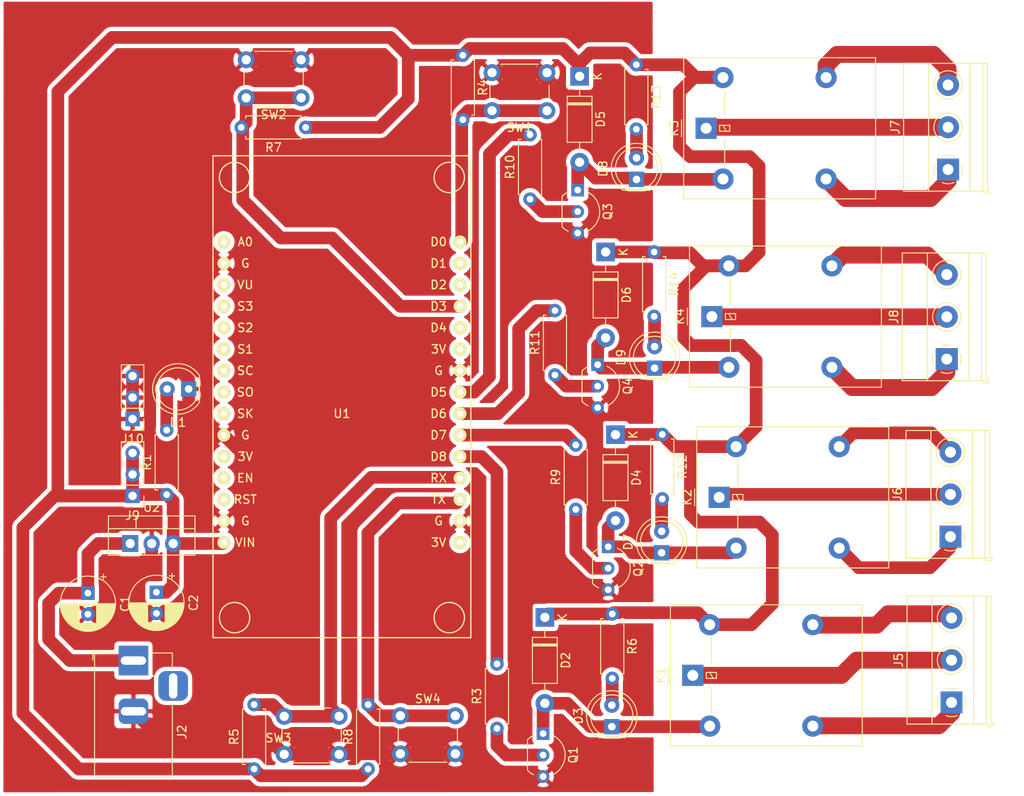
<source format=kicad_pcb>
(kicad_pcb (version 20171130) (host pcbnew "(5.1.12)-1")
  (layers (0 F.Cu signal) (31 B.Cu signal) (34 B.Paste user) (35 F.Paste user) (36 B.SilkS user) (37 F.SilkS user) (38 B.Mask user) (39 F.Mask user) (44 Edge.Cuts user))
  (net 0 "")
  (net 1 "Net-(D2-Pad2)")
  (net 2 VCC)
  (net 3 "Net-(D4-Pad2)")
  (net 4 "Net-(D5-Pad2)")
  (net 5 "Net-(D6-Pad2)")
  (net 6 GND)
  (net 7 M_data)
  (net 8 "Net-(J5-Pad3)")
  (net 9 "Net-(J5-Pad1)")
  (net 10 "Net-(J5-Pad2)")
  (net 11 "Net-(J6-Pad3)")
  (net 12 "Net-(J6-Pad1)")
  (net 13 "Net-(J6-Pad2)")
  (net 14 "Net-(J7-Pad3)")
  (net 15 "Net-(J7-Pad1)")
  (net 16 "Net-(J7-Pad2)")
  (net 17 "Net-(J8-Pad3)")
  (net 18 "Net-(J8-Pad1)")
  (net 19 "Net-(J8-Pad2)")
  (net 20 "Net-(Q1-Pad2)")
  (net 21 "Net-(Q2-Pad2)")
  (net 22 "Net-(Q3-Pad2)")
  (net 23 "Net-(Q4-Pad2)")
  (net 24 S1)
  (net 25 S2)
  (net 26 "Net-(U1-Pad25)")
  (net 27 relay1)
  (net 28 relay2)
  (net 29 relay3)
  (net 30 relay4)
  (net 31 S3)
  (net 32 S4)
  (net 33 "Net-(U1-Pad16)")
  (net 34 "Net-(U1-Pad13)")
  (net 35 "Net-(U1-Pad12)")
  (net 36 +3V3)
  (net 37 "Net-(U1-Pad9)")
  (net 38 "Net-(U1-Pad8)")
  (net 39 "Net-(U1-Pad7)")
  (net 40 "Net-(U1-Pad6)")
  (net 41 "Net-(U1-Pad5)")
  (net 42 "Net-(U1-Pad4)")
  (net 43 "Net-(U1-Pad3)")
  (net 44 "Net-(C1-Pad1)")
  (net 45 "Net-(D1-Pad2)")
  (net 46 "Net-(D3-Pad2)")
  (net 47 "Net-(D7-Pad2)")
  (net 48 "Net-(D8-Pad2)")
  (net 49 "Net-(D9-Pad2)")
  (net 50 "Net-(U1-Pad29)")
  (net 51 "Net-(U1-Pad28)")
  (net 52 "Net-(U1-Pad1)")
  (module Button_Switch_THT:SW_PUSH_6mm (layer F.Cu) (at 54.4322 25.3111 180)
    (fp_text reference SW2 (at 3.25 -2) (layer F.SilkS))
    (fp_text value SW_Push)
    (pad 1 thru_hole circle (at 6.5 0 270) (size 2 2) (drill 1.1) (layers *.Cu *.Mask) (net 25 S2))
    (pad 2 thru_hole circle (at 6.5 4.5 270) (size 2 2) (drill 1.1) (layers *.Cu *.Mask) (net 6 GND))
    (pad 1 thru_hole circle (at 0 0 270) (size 2 2) (drill 1.1) (layers *.Cu *.Mask) (net 25 S2))
    (pad 2 thru_hole circle (at 0 4.5 270) (size 2 2) (drill 1.1) (layers *.Cu *.Mask) (net 6 GND))
  )
  (module Resistor_THT:R_Axial_DIN0207_L6.3mm_D2.5mm_P7.62mm_Horizontal (layer F.Cu) (at 73.5584 20.2819 270)
    (fp_text reference R4 (at 3.81 -2.37 90) (layer F.SilkS))
    (fp_text value R_Small)
    (pad 2 thru_hole oval (at 7.62 0 270) (size 1.6 1.6) (drill 0.8) (layers *.Cu *.Mask) (net 24 S1))
    (pad 1 thru_hole circle (at 0 0 270) (size 1.6 1.6) (drill 0.8) (layers *.Cu *.Mask) (net 2 VCC))
  )
  (module ESP8266:NodeMCU-LoLinV3 (layer F.Cu) (at 59.2582 62.6745)
    (fp_text reference U1 (at 0 0) (layer F.SilkS))
    (fp_text value "NodeMCU_1.0_(ESP-12E)")
    (fp_text user D0 (at 11.43 -20.32) (layer F.SilkS))
    (fp_text user D1 (at 11.43 -17.78) (layer F.SilkS))
    (fp_text user D2 (at 11.43 -15.24) (layer F.SilkS))
    (fp_text user D3 (at 11.43 -12.7) (layer F.SilkS))
    (fp_text user D4 (at 11.43 -10.16) (layer F.SilkS))
    (fp_text user 3V (at 11.43 -7.62) (layer F.SilkS))
    (fp_text user G (at 11.43 -5.08) (layer F.SilkS))
    (fp_text user D5 (at 11.43 -2.54) (layer F.SilkS))
    (fp_text user D6 (at 11.43 0) (layer F.SilkS))
    (fp_text user D7 (at 11.43 2.54) (layer F.SilkS))
    (fp_text user D8 (at 11.43 5.08) (layer F.SilkS))
    (fp_text user RX (at 11.43 7.62) (layer F.SilkS))
    (fp_text user TX (at 11.43 10.16) (layer F.SilkS))
    (fp_text user G (at 11.43 12.7) (layer F.SilkS))
    (fp_text user 3V (at 11.43 15.24) (layer F.SilkS))
    (fp_text user A0 (at -11.43 -20.32) (layer F.SilkS))
    (fp_text user G (at -11.43 -17.78) (layer F.SilkS))
    (fp_text user VU (at -11.43 -15.24) (layer F.SilkS))
    (fp_text user S3 (at -11.43 -12.7) (layer F.SilkS))
    (fp_text user S2 (at -11.43 -10.16) (layer F.SilkS))
    (fp_text user S1 (at -11.43 -7.62) (layer F.SilkS))
    (fp_text user SC (at -11.43 -5.08) (layer F.SilkS))
    (fp_text user SO (at -11.43 -2.54) (layer F.SilkS))
    (fp_text user SK (at -11.43 0) (layer F.SilkS))
    (fp_text user G (at -11.43 2.54) (layer F.SilkS))
    (fp_text user 3V (at -11.43 5.08) (layer F.SilkS))
    (fp_text user EN (at -11.43 7.62) (layer F.SilkS))
    (fp_text user RST (at -11.43 10.16) (layer F.SilkS))
    (fp_text user G (at -11.43 12.7) (layer F.SilkS))
    (fp_text user VIN (at -11.43 15.24) (layer F.SilkS))
    (pad 30 thru_hole circle (at 13.97 -20.32) (size 1.524 1.524) (drill 0.762) (layers *.Cu *.Mask F.SilkS) (net 24 S1))
    (pad 29 thru_hole circle (at 13.97 -17.78) (size 1.524 1.524) (drill 0.762) (layers *.Cu *.Mask F.SilkS) (net 50 "Net-(U1-Pad29)"))
    (pad 28 thru_hole circle (at 13.97 -15.24) (size 1.524 1.524) (drill 0.762) (layers *.Cu *.Mask F.SilkS) (net 51 "Net-(U1-Pad28)"))
    (pad 27 thru_hole circle (at 13.97 -12.7) (size 1.524 1.524) (drill 0.762) (layers *.Cu *.Mask F.SilkS) (net 25 S2))
    (pad 26 thru_hole circle (at 13.97 -10.16) (size 1.524 1.524) (drill 0.762) (layers *.Cu *.Mask F.SilkS) (net 7 M_data))
    (pad 25 thru_hole circle (at 13.97 -7.62) (size 1.524 1.524) (drill 0.762) (layers *.Cu *.Mask F.SilkS) (net 26 "Net-(U1-Pad25)"))
    (pad 24 thru_hole circle (at 13.97 -5.08) (size 1.524 1.524) (drill 0.762) (layers *.Cu *.Mask F.SilkS) (net 6 GND))
    (pad 23 thru_hole circle (at 13.97 -2.54) (size 1.524 1.524) (drill 0.762) (layers *.Cu *.Mask F.SilkS) (net 27 relay1))
    (pad 22 thru_hole circle (at 13.97 0) (size 1.524 1.524) (drill 0.762) (layers *.Cu *.Mask F.SilkS) (net 28 relay2))
    (pad 21 thru_hole circle (at 13.97 2.54) (size 1.524 1.524) (drill 0.762) (layers *.Cu *.Mask F.SilkS) (net 29 relay3))
    (pad 20 thru_hole circle (at 13.97 5.08) (size 1.524 1.524) (drill 0.762) (layers *.Cu *.Mask F.SilkS) (net 30 relay4))
    (pad 19 thru_hole circle (at 13.97 7.62) (size 1.524 1.524) (drill 0.762) (layers *.Cu *.Mask F.SilkS) (net 31 S3))
    (pad 18 thru_hole circle (at 13.97 10.16) (size 1.524 1.524) (drill 0.762) (layers *.Cu *.Mask F.SilkS) (net 32 S4))
    (pad 17 thru_hole circle (at 13.97 12.7) (size 1.524 1.524) (drill 0.762) (layers *.Cu *.Mask F.SilkS) (net 6 GND))
    (pad 16 thru_hole circle (at 13.97 15.24) (size 1.524 1.524) (drill 0.762) (layers *.Cu *.Mask F.SilkS) (net 33 "Net-(U1-Pad16)"))
    (pad 15 thru_hole circle (at -13.97 15.24) (size 1.524 1.524) (drill 0.762) (layers *.Cu *.Mask F.SilkS) (net 2 VCC))
    (pad 14 thru_hole circle (at -13.97 12.7) (size 1.524 1.524) (drill 0.762) (layers *.Cu *.Mask F.SilkS) (net 6 GND))
    (pad 13 thru_hole circle (at -13.97 10.16) (size 1.524 1.524) (drill 0.762) (layers *.Cu *.Mask F.SilkS) (net 34 "Net-(U1-Pad13)"))
    (pad 12 thru_hole circle (at -13.97 7.62) (size 1.524 1.524) (drill 0.762) (layers *.Cu *.Mask F.SilkS) (net 35 "Net-(U1-Pad12)"))
    (pad 11 thru_hole circle (at -13.97 5.08) (size 1.524 1.524) (drill 0.762) (layers *.Cu *.Mask F.SilkS) (net 36 +3V3))
    (pad 10 thru_hole circle (at -13.97 2.54) (size 1.524 1.524) (drill 0.762) (layers *.Cu *.Mask F.SilkS) (net 6 GND))
    (pad 9 thru_hole circle (at -13.97 0) (size 1.524 1.524) (drill 0.762) (layers *.Cu *.Mask F.SilkS) (net 37 "Net-(U1-Pad9)"))
    (pad 8 thru_hole circle (at -13.97 -2.54) (size 1.524 1.524) (drill 0.762) (layers *.Cu *.Mask F.SilkS) (net 38 "Net-(U1-Pad8)"))
    (pad 7 thru_hole circle (at -13.97 -5.08) (size 1.524 1.524) (drill 0.762) (layers *.Cu *.Mask F.SilkS) (net 39 "Net-(U1-Pad7)"))
    (pad 6 thru_hole circle (at -13.97 -7.62) (size 1.524 1.524) (drill 0.762) (layers *.Cu *.Mask F.SilkS) (net 40 "Net-(U1-Pad6)"))
    (pad 5 thru_hole circle (at -13.97 -10.16) (size 1.524 1.524) (drill 0.762) (layers *.Cu *.Mask F.SilkS) (net 41 "Net-(U1-Pad5)"))
    (pad 4 thru_hole circle (at -13.97 -12.7) (size 1.524 1.524) (drill 0.762) (layers *.Cu *.Mask F.SilkS) (net 42 "Net-(U1-Pad4)"))
    (pad 3 thru_hole circle (at -13.97 -15.24) (size 1.524 1.524) (drill 0.762) (layers *.Cu *.Mask F.SilkS) (net 43 "Net-(U1-Pad3)"))
    (pad 2 thru_hole circle (at -13.97 -17.78) (size 1.524 1.524) (drill 0.762) (layers *.Cu *.Mask F.SilkS) (net 6 GND))
    (pad 1 thru_hole circle (at -13.97 -20.32) (size 1.524 1.524) (drill 0.762) (layers *.Cu *.Mask F.SilkS) (net 52 "Net-(U1-Pad1)"))
  )
  (module Button_Switch_THT:SW_PUSH_6mm (layer F.Cu) (at 83.5152 26.8351 180)
    (fp_text reference SW1 (at 3.25 -2) (layer F.SilkS))
    (fp_text value SW_Push)
    (pad 1 thru_hole circle (at 6.5 0 270) (size 2 2) (drill 1.1) (layers *.Cu *.Mask) (net 24 S1))
    (pad 2 thru_hole circle (at 6.5 4.5 270) (size 2 2) (drill 1.1) (layers *.Cu *.Mask) (net 6 GND))
    (pad 1 thru_hole circle (at 0 0 270) (size 2 2) (drill 1.1) (layers *.Cu *.Mask) (net 24 S1))
    (pad 2 thru_hole circle (at 0 4.5 270) (size 2 2) (drill 1.1) (layers *.Cu *.Mask) (net 6 GND))
  )
  (module Package_TO_SOT_THT:TO-92_Inline_Wide (layer F.Cu) (at 89.5096 56.8833 270)
    (fp_text reference Q4 (at 2.54 -3.56 90) (layer F.SilkS))
    (fp_text value BC547)
    (pad 1 thru_hole rect (at 0 0 270) (size 1.5 1.5) (drill 0.8) (layers *.Cu *.Mask) (net 5 "Net-(D6-Pad2)"))
    (pad 3 thru_hole circle (at 5.08 0 270) (size 1.5 1.5) (drill 0.8) (layers *.Cu *.Mask) (net 6 GND))
    (pad 2 thru_hole circle (at 2.54 0 270) (size 1.5 1.5) (drill 0.8) (layers *.Cu *.Mask) (net 23 "Net-(Q4-Pad2)"))
  )
  (module Package_TO_SOT_THT:TO-92_Inline_Wide (layer F.Cu) (at 87.1474 36.2331 270)
    (fp_text reference Q3 (at 2.54 -3.56 90) (layer F.SilkS))
    (fp_text value BC547)
    (pad 1 thru_hole rect (at 0 0 270) (size 1.5 1.5) (drill 0.8) (layers *.Cu *.Mask) (net 4 "Net-(D5-Pad2)"))
    (pad 3 thru_hole circle (at 5.08 0 270) (size 1.5 1.5) (drill 0.8) (layers *.Cu *.Mask) (net 6 GND))
    (pad 2 thru_hole circle (at 2.54 0 270) (size 1.5 1.5) (drill 0.8) (layers *.Cu *.Mask) (net 22 "Net-(Q3-Pad2)"))
  )
  (module Package_TO_SOT_THT:TO-92_Inline_Wide (layer F.Cu) (at 90.7542 78.4225 270)
    (fp_text reference Q2 (at 2.54 -3.56 90) (layer F.SilkS))
    (fp_text value BC547)
    (pad 1 thru_hole rect (at 0 0 270) (size 1.5 1.5) (drill 0.8) (layers *.Cu *.Mask) (net 3 "Net-(D4-Pad2)"))
    (pad 3 thru_hole circle (at 5.08 0 270) (size 1.5 1.5) (drill 0.8) (layers *.Cu *.Mask) (net 6 GND))
    (pad 2 thru_hole circle (at 2.54 0 270) (size 1.5 1.5) (drill 0.8) (layers *.Cu *.Mask) (net 21 "Net-(Q2-Pad2)"))
  )
  (module Package_TO_SOT_THT:TO-92_Inline_Wide (layer F.Cu) (at 83.058 100.5205 270)
    (fp_text reference Q1 (at 2.54 -3.56 90) (layer F.SilkS))
    (fp_text value BC547)
    (pad 1 thru_hole rect (at 0 0 270) (size 1.5 1.5) (drill 0.8) (layers *.Cu *.Mask) (net 1 "Net-(D2-Pad2)"))
    (pad 3 thru_hole circle (at 5.08 0 270) (size 1.5 1.5) (drill 0.8) (layers *.Cu *.Mask) (net 6 GND))
    (pad 2 thru_hole circle (at 2.54 0 270) (size 1.5 1.5) (drill 0.8) (layers *.Cu *.Mask) (net 20 "Net-(Q1-Pad2)"))
  )
  (module Package_TO_SOT_THT:TO-220-3_Vertical (layer F.Cu) (at 34.2138 78.0415)
    (fp_text reference U2 (at 2.54 -4.27) (layer F.SilkS))
    (fp_text value L7805)
    (pad 3 thru_hole oval (at 5.08 0) (size 1.905 2) (drill 1.1) (layers *.Cu *.Mask) (net 2 VCC))
    (pad 2 thru_hole oval (at 2.54 0) (size 1.905 2) (drill 1.1) (layers *.Cu *.Mask) (net 6 GND))
    (pad 1 thru_hole rect (at 0 0) (size 1.905 2) (drill 1.1) (layers *.Cu *.Mask) (net 44 "Net-(C1-Pad1)"))
  )
  (module Button_Switch_THT:SW_PUSH_6mm (layer F.Cu) (at 66.1694 98.4123)
    (fp_text reference SW4 (at 3.25 -2) (layer F.SilkS))
    (fp_text value SW_Push)
    (pad 1 thru_hole circle (at 6.5 0 90) (size 2 2) (drill 1.1) (layers *.Cu *.Mask) (net 32 S4))
    (pad 2 thru_hole circle (at 6.5 4.5 90) (size 2 2) (drill 1.1) (layers *.Cu *.Mask) (net 6 GND))
    (pad 1 thru_hole circle (at 0 0 90) (size 2 2) (drill 1.1) (layers *.Cu *.Mask) (net 32 S4))
    (pad 2 thru_hole circle (at 0 4.5 90) (size 2 2) (drill 1.1) (layers *.Cu *.Mask) (net 6 GND))
  )
  (module Button_Switch_THT:SW_PUSH_6mm (layer F.Cu) (at 52.428 98.4843)
    (fp_text reference SW3 (at -0.6858 2.5654) (layer F.SilkS))
    (fp_text value SW_Push)
    (pad 1 thru_hole circle (at 6.5 0 90) (size 2 2) (drill 1.1) (layers *.Cu *.Mask) (net 31 S3))
    (pad 2 thru_hole circle (at 6.5 4.5 90) (size 2 2) (drill 1.1) (layers *.Cu *.Mask) (net 6 GND))
    (pad 1 thru_hole circle (at 0 0 90) (size 2 2) (drill 1.1) (layers *.Cu *.Mask) (net 31 S3))
    (pad 2 thru_hole circle (at 0 4.5 90) (size 2 2) (drill 1.1) (layers *.Cu *.Mask) (net 6 GND))
  )
  (module Resistor_THT:R_Axial_DIN0207_L6.3mm_D2.5mm_P7.62mm_Horizontal (layer F.Cu) (at 96.1898 43.5483 270)
    (fp_text reference R14 (at 3.81 -2.37 90) (layer F.SilkS))
    (fp_text value R_Small)
    (pad 2 thru_hole oval (at 7.62 0 270) (size 1.6 1.6) (drill 0.8) (layers *.Cu *.Mask) (net 49 "Net-(D9-Pad2)"))
    (pad 1 thru_hole circle (at 0 0 270) (size 1.6 1.6) (drill 0.8) (layers *.Cu *.Mask) (net 2 VCC))
  )
  (module Resistor_THT:R_Axial_DIN0207_L6.3mm_D2.5mm_P7.62mm_Horizontal (layer F.Cu) (at 94.0816 21.3995 270)
    (fp_text reference R13 (at 3.81 -2.37 90) (layer F.SilkS))
    (fp_text value R_Small)
    (pad 2 thru_hole oval (at 7.62 0 270) (size 1.6 1.6) (drill 0.8) (layers *.Cu *.Mask) (net 48 "Net-(D8-Pad2)"))
    (pad 1 thru_hole circle (at 0 0 270) (size 1.6 1.6) (drill 0.8) (layers *.Cu *.Mask) (net 2 VCC))
  )
  (module Resistor_THT:R_Axial_DIN0207_L6.3mm_D2.5mm_P7.62mm_Horizontal (layer F.Cu) (at 97.155 65.1383 270)
    (fp_text reference R12 (at 3.81 -2.37 90) (layer F.SilkS))
    (fp_text value R_Small)
    (pad 2 thru_hole oval (at 7.62 0 270) (size 1.6 1.6) (drill 0.8) (layers *.Cu *.Mask) (net 47 "Net-(D7-Pad2)"))
    (pad 1 thru_hole circle (at 0 0 270) (size 1.6 1.6) (drill 0.8) (layers *.Cu *.Mask) (net 2 VCC))
  )
  (module Resistor_THT:R_Axial_DIN0207_L6.3mm_D2.5mm_P7.62mm_Horizontal (layer F.Cu) (at 84.455 58.1025 90)
    (fp_text reference R11 (at 3.81 -2.37 90) (layer F.SilkS))
    (fp_text value R_Small)
    (pad 2 thru_hole oval (at 7.62 0 90) (size 1.6 1.6) (drill 0.8) (layers *.Cu *.Mask) (net 28 relay2))
    (pad 1 thru_hole circle (at 0 0 90) (size 1.6 1.6) (drill 0.8) (layers *.Cu *.Mask) (net 23 "Net-(Q4-Pad2)"))
  )
  (module Resistor_THT:R_Axial_DIN0207_L6.3mm_D2.5mm_P7.62mm_Horizontal (layer F.Cu) (at 81.5086 37.2999 90)
    (fp_text reference R10 (at 3.81 -2.37 90) (layer F.SilkS))
    (fp_text value R_Small)
    (pad 2 thru_hole oval (at 7.62 0 90) (size 1.6 1.6) (drill 0.8) (layers *.Cu *.Mask) (net 27 relay1))
    (pad 1 thru_hole circle (at 0 0 90) (size 1.6 1.6) (drill 0.8) (layers *.Cu *.Mask) (net 22 "Net-(Q3-Pad2)"))
  )
  (module Resistor_THT:R_Axial_DIN0207_L6.3mm_D2.5mm_P7.62mm_Horizontal (layer F.Cu) (at 86.9188 74.0029 90)
    (fp_text reference R9 (at 3.81 -2.37 90) (layer F.SilkS))
    (fp_text value R_Small)
    (pad 2 thru_hole oval (at 7.62 0 90) (size 1.6 1.6) (drill 0.8) (layers *.Cu *.Mask) (net 29 relay3))
    (pad 1 thru_hole circle (at 0 0 90) (size 1.6 1.6) (drill 0.8) (layers *.Cu *.Mask) (net 21 "Net-(Q2-Pad2)"))
  )
  (module Resistor_THT:R_Axial_DIN0207_L6.3mm_D2.5mm_P7.62mm_Horizontal (layer F.Cu) (at 62.357 104.7115 90)
    (fp_text reference R8 (at 3.81 -2.37 90) (layer F.SilkS))
    (fp_text value R_Small)
    (pad 2 thru_hole oval (at 7.62 0 90) (size 1.6 1.6) (drill 0.8) (layers *.Cu *.Mask) (net 32 S4))
    (pad 1 thru_hole circle (at 0 0 90) (size 1.6 1.6) (drill 0.8) (layers *.Cu *.Mask) (net 2 VCC))
  )
  (module Resistor_THT:R_Axial_DIN0207_L6.3mm_D2.5mm_P7.62mm_Horizontal (layer F.Cu) (at 54.9656 28.8163 180)
    (fp_text reference R7 (at 3.81 -2.37) (layer F.SilkS))
    (fp_text value R_Small)
    (pad 2 thru_hole oval (at 7.62 0 180) (size 1.6 1.6) (drill 0.8) (layers *.Cu *.Mask) (net 25 S2))
    (pad 1 thru_hole circle (at 0 0 180) (size 1.6 1.6) (drill 0.8) (layers *.Cu *.Mask) (net 2 VCC))
  )
  (module Resistor_THT:R_Axial_DIN0207_L6.3mm_D2.5mm_P7.62mm_Horizontal (layer F.Cu) (at 91.2368 86.3727 270)
    (fp_text reference R6 (at 3.81 -2.37 90) (layer F.SilkS))
    (fp_text value R_Small)
    (pad 2 thru_hole oval (at 7.62 0 270) (size 1.6 1.6) (drill 0.8) (layers *.Cu *.Mask) (net 46 "Net-(D3-Pad2)"))
    (pad 1 thru_hole circle (at 0 0 270) (size 1.6 1.6) (drill 0.8) (layers *.Cu *.Mask) (net 2 VCC))
  )
  (module Resistor_THT:R_Axial_DIN0207_L6.3mm_D2.5mm_P7.62mm_Horizontal (layer F.Cu) (at 48.8696 104.7115 90)
    (fp_text reference R5 (at 3.81 -2.37 90) (layer F.SilkS))
    (fp_text value R_Small)
    (pad 2 thru_hole oval (at 7.62 0 90) (size 1.6 1.6) (drill 0.8) (layers *.Cu *.Mask) (net 31 S3))
    (pad 1 thru_hole circle (at 0 0 90) (size 1.6 1.6) (drill 0.8) (layers *.Cu *.Mask) (net 2 VCC))
  )
  (module Resistor_THT:R_Axial_DIN0207_L6.3mm_D2.5mm_P7.62mm_Horizontal (layer F.Cu) (at 77.597 99.9109 90)
    (fp_text reference R3 (at 3.81 -2.37 90) (layer F.SilkS))
    (fp_text value R_Small)
    (pad 2 thru_hole oval (at 7.62 0 90) (size 1.6 1.6) (drill 0.8) (layers *.Cu *.Mask) (net 30 relay4))
    (pad 1 thru_hole circle (at 0 0 90) (size 1.6 1.6) (drill 0.8) (layers *.Cu *.Mask) (net 20 "Net-(Q1-Pad2)"))
  )
  (module Resistor_THT:R_Axial_DIN0207_L6.3mm_D2.5mm_P7.62mm_Horizontal (layer F.Cu) (at 38.5318 72.2503 90)
    (fp_text reference R1 (at 3.81 -2.37 90) (layer F.SilkS))
    (fp_text value R_Small)
    (pad 2 thru_hole oval (at 7.62 0 90) (size 1.6 1.6) (drill 0.8) (layers *.Cu *.Mask) (net 45 "Net-(D1-Pad2)"))
    (pad 1 thru_hole circle (at 0 0 90) (size 1.6 1.6) (drill 0.8) (layers *.Cu *.Mask) (net 2 VCC))
  )
  (module Connector_PinHeader_2.54mm:PinHeader_1x03_P2.54mm_Vertical (layer F.Cu) (at 34.4932 63.3095 180)
    (fp_text reference J10 (at 0 -2.33) (layer F.SilkS))
    (fp_text value GROUND_CONN)
    (pad 3 thru_hole oval (at 0 5.08 180) (size 1.7 1.7) (drill 1) (layers *.Cu *.Mask) (net 6 GND))
    (pad 2 thru_hole oval (at 0 2.54 180) (size 1.7 1.7) (drill 1) (layers *.Cu *.Mask) (net 6 GND))
    (pad 1 thru_hole rect (at 0 0 180) (size 1.7 1.7) (drill 1) (layers *.Cu *.Mask) (net 6 GND))
  )
  (module Connector_PinHeader_2.54mm:PinHeader_1x03_P2.54mm_Vertical (layer F.Cu) (at 34.4932 72.4027 180)
    (fp_text reference J9 (at 0 -2.33) (layer F.SilkS))
    (fp_text value power_supply)
    (pad 3 thru_hole oval (at 0 5.08 180) (size 1.7 1.7) (drill 1) (layers *.Cu *.Mask) (net 2 VCC))
    (pad 2 thru_hole oval (at 0 2.54 180) (size 1.7 1.7) (drill 1) (layers *.Cu *.Mask) (net 2 VCC))
    (pad 1 thru_hole rect (at 0 0 180) (size 1.7 1.7) (drill 1) (layers *.Cu *.Mask) (net 2 VCC))
  )
  (module TerminalBlock_Phoenix:TerminalBlock_Phoenix_MKDS-1,5-3_1x03_P5.00mm_Horizontal (layer F.Cu) (at 130.81 56.2229 90)
    (fp_text reference J8 (at 5 -6.26 90) (layer F.SilkS))
    (fp_text value Relay2_conn)
    (pad 3 thru_hole circle (at 10 0 90) (size 2.6 2.6) (drill 1.3) (layers *.Cu *.Mask) (net 17 "Net-(J8-Pad3)"))
    (pad 2 thru_hole circle (at 5 0 90) (size 2.6 2.6) (drill 1.3) (layers *.Cu *.Mask) (net 19 "Net-(J8-Pad2)"))
    (pad 1 thru_hole rect (at 0 0 90) (size 2.6 2.6) (drill 1.3) (layers *.Cu *.Mask) (net 18 "Net-(J8-Pad1)"))
  )
  (module TerminalBlock_Phoenix:TerminalBlock_Phoenix_MKDS-1,5-3_1x03_P5.00mm_Horizontal (layer F.Cu) (at 130.9624 33.7947 90)
    (fp_text reference J7 (at 5 -6.26 90) (layer F.SilkS))
    (fp_text value Relay1_conn)
    (pad 3 thru_hole circle (at 10 0 90) (size 2.6 2.6) (drill 1.3) (layers *.Cu *.Mask) (net 14 "Net-(J7-Pad3)"))
    (pad 2 thru_hole circle (at 5 0 90) (size 2.6 2.6) (drill 1.3) (layers *.Cu *.Mask) (net 16 "Net-(J7-Pad2)"))
    (pad 1 thru_hole rect (at 0 0 90) (size 2.6 2.6) (drill 1.3) (layers *.Cu *.Mask) (net 15 "Net-(J7-Pad1)"))
  )
  (module TerminalBlock_Phoenix:TerminalBlock_Phoenix_MKDS-1,5-3_1x03_P5.00mm_Horizontal (layer F.Cu) (at 131.2418 77.2287 90)
    (fp_text reference J6 (at 5 -6.26 90) (layer F.SilkS))
    (fp_text value Relay3_conn)
    (pad 3 thru_hole circle (at 10 0 90) (size 2.6 2.6) (drill 1.3) (layers *.Cu *.Mask) (net 11 "Net-(J6-Pad3)"))
    (pad 2 thru_hole circle (at 5 0 90) (size 2.6 2.6) (drill 1.3) (layers *.Cu *.Mask) (net 13 "Net-(J6-Pad2)"))
    (pad 1 thru_hole rect (at 0 0 90) (size 2.6 2.6) (drill 1.3) (layers *.Cu *.Mask) (net 12 "Net-(J6-Pad1)"))
  )
  (module TerminalBlock_Phoenix:TerminalBlock_Phoenix_MKDS-1,5-3_1x03_P5.00mm_Horizontal (layer F.Cu) (at 131.3688 96.8375 90)
    (fp_text reference J5 (at 5 -6.26 90) (layer F.SilkS))
    (fp_text value Relay2_conn)
    (pad 3 thru_hole circle (at 10 0 90) (size 2.6 2.6) (drill 1.3) (layers *.Cu *.Mask) (net 8 "Net-(J5-Pad3)"))
    (pad 2 thru_hole circle (at 5 0 90) (size 2.6 2.6) (drill 1.3) (layers *.Cu *.Mask) (net 10 "Net-(J5-Pad2)"))
    (pad 1 thru_hole rect (at 0 0 90) (size 2.6 2.6) (drill 1.3) (layers *.Cu *.Mask) (net 9 "Net-(J5-Pad1)"))
  )
  (module Connector_BarrelJack:BarrelJack_Horizontal (layer F.Cu) (at 34.5948 91.8845 90)
    (fp_text reference J2 (at -8.45 5.75 90) (layer F.SilkS))
    (fp_text value Barrel_Jack)
    (pad 3 thru_hole roundrect (at -3 4.7 90) (size 3.5 3.5) (drill oval 3 1) (layers *.Cu *.Mask))
    (pad 2 thru_hole roundrect (at -6 0 90) (size 3 3.5) (drill oval 1 3) (layers *.Cu *.Mask) (net 6 GND))
    (pad 1 thru_hole rect (at 0 0 90) (size 3.5 3.5) (drill oval 1 3) (layers *.Cu *.Mask) (net 44 "Net-(C1-Pad1)"))
  )
  (module LED_THT:LED_D5.0mm (layer F.Cu) (at 96.2406 57.2897 90)
    (fp_text reference D9 (at 1.27 -3.96 90) (layer F.SilkS))
    (fp_text value LED)
    (pad 2 thru_hole circle (at 2.54 0 90) (size 1.8 1.8) (drill 0.9) (layers *.Cu *.Mask) (net 49 "Net-(D9-Pad2)"))
    (pad 1 thru_hole rect (at 0 0 90) (size 1.8 1.8) (drill 0.9) (layers *.Cu *.Mask) (net 5 "Net-(D6-Pad2)"))
  )
  (module LED_THT:LED_D5.0mm (layer F.Cu) (at 94.107 34.9631 90)
    (fp_text reference D8 (at 1.27 -3.96 90) (layer F.SilkS))
    (fp_text value LED)
    (pad 2 thru_hole circle (at 2.54 0 90) (size 1.8 1.8) (drill 0.9) (layers *.Cu *.Mask) (net 48 "Net-(D8-Pad2)"))
    (pad 1 thru_hole rect (at 0 0 90) (size 1.8 1.8) (drill 0.9) (layers *.Cu *.Mask) (net 4 "Net-(D5-Pad2)"))
  )
  (module LED_THT:LED_D5.0mm (layer F.Cu) (at 97.0788 79.1337 90)
    (fp_text reference D7 (at 1.27 -3.96 90) (layer F.SilkS))
    (fp_text value LED)
    (pad 2 thru_hole circle (at 2.54 0 90) (size 1.8 1.8) (drill 0.9) (layers *.Cu *.Mask) (net 47 "Net-(D7-Pad2)"))
    (pad 1 thru_hole rect (at 0 0 90) (size 1.8 1.8) (drill 0.9) (layers *.Cu *.Mask) (net 3 "Net-(D4-Pad2)"))
  )
  (module LED_THT:LED_D5.0mm (layer F.Cu) (at 91.186 99.7077 90)
    (fp_text reference D3 (at 1.27 -3.96 90) (layer F.SilkS))
    (fp_text value LED)
    (pad 2 thru_hole circle (at 2.54 0 90) (size 1.8 1.8) (drill 0.9) (layers *.Cu *.Mask) (net 46 "Net-(D3-Pad2)"))
    (pad 1 thru_hole rect (at 0 0 90) (size 1.8 1.8) (drill 0.9) (layers *.Cu *.Mask) (net 1 "Net-(D2-Pad2)"))
  )
  (module LED_THT:LED_D5.0mm (layer F.Cu) (at 41.1226 59.7535 180)
    (fp_text reference D1 (at 1.27 -3.96) (layer F.SilkS))
    (fp_text value LED)
    (pad 2 thru_hole circle (at 2.54 0 180) (size 1.8 1.8) (drill 0.9) (layers *.Cu *.Mask) (net 45 "Net-(D1-Pad2)"))
    (pad 1 thru_hole rect (at 0 0 180) (size 1.8 1.8) (drill 0.9) (layers *.Cu *.Mask) (net 6 GND))
  )
  (module Capacitor_THT:CP_Radial_D6.3mm_P2.50mm (layer F.Cu) (at 37.3126 83.8073 270)
    (fp_text reference C2 (at 1.25 -4.4 90) (layer F.SilkS))
    (fp_text value C_Small)
    (pad 2 thru_hole circle (at 2.5 0 270) (size 1.6 1.6) (drill 0.8) (layers *.Cu *.Mask) (net 6 GND))
    (pad 1 thru_hole rect (at 0 0 270) (size 1.6 1.6) (drill 0.8) (layers *.Cu *.Mask) (net 2 VCC))
  )
  (module Capacitor_THT:CP_Radial_D6.3mm_P2.50mm (layer F.Cu) (at 29.21 83.9089 270)
    (fp_text reference C1 (at 1.25 -4.4 90) (layer F.SilkS))
    (fp_text value C_Small)
    (pad 2 thru_hole circle (at 2.5 0 270) (size 1.6 1.6) (drill 0.8) (layers *.Cu *.Mask) (net 6 GND))
    (pad 1 thru_hole rect (at 0 0 270) (size 1.6 1.6) (drill 0.8) (layers *.Cu *.Mask) (net 44 "Net-(C1-Pad1)"))
  )
  (module Relay_THT:Relay_SPDT_Omron-G5LE-1 (layer F.Cu) (at 103.0224 51.1937 90)
    (fp_text reference K4 (at 0 -3.8 90) (layer F.SilkS))
    (fp_text value G5LE-1)
    (pad 5 thru_hole oval (at 6 2 90) (size 2.5 2.5) (drill 1.3) (layers *.Cu *.Mask) (net 2 VCC))
    (pad 4 thru_hole oval (at 6 14.2 90) (size 2.5 2.5) (drill 1.3) (layers *.Cu *.Mask) (net 17 "Net-(J8-Pad3)"))
    (pad 3 thru_hole oval (at -6 14.2 90) (size 2.5 2.5) (drill 1.3) (layers *.Cu *.Mask) (net 18 "Net-(J8-Pad1)"))
    (pad 2 thru_hole oval (at -6 2 90) (size 2.5 2.5) (drill 1.3) (layers *.Cu *.Mask) (net 5 "Net-(D6-Pad2)"))
    (pad 1 thru_hole rect (at 0 0 90) (size 2.5 2.5) (drill 1.3) (layers *.Cu *.Mask) (net 19 "Net-(J8-Pad2)"))
  )
  (module Relay_THT:Relay_SPDT_Omron-G5LE-1 (layer F.Cu) (at 102.3366 28.9179 90)
    (fp_text reference K3 (at 0 -3.8 90) (layer F.SilkS))
    (fp_text value G5LE-1)
    (pad 5 thru_hole oval (at 6 2 90) (size 2.5 2.5) (drill 1.3) (layers *.Cu *.Mask) (net 2 VCC))
    (pad 4 thru_hole oval (at 6 14.2 90) (size 2.5 2.5) (drill 1.3) (layers *.Cu *.Mask) (net 14 "Net-(J7-Pad3)"))
    (pad 3 thru_hole oval (at -6 14.2 90) (size 2.5 2.5) (drill 1.3) (layers *.Cu *.Mask) (net 15 "Net-(J7-Pad1)"))
    (pad 2 thru_hole oval (at -6 2 90) (size 2.5 2.5) (drill 1.3) (layers *.Cu *.Mask) (net 4 "Net-(D5-Pad2)"))
    (pad 1 thru_hole rect (at 0 0 90) (size 2.5 2.5) (drill 1.3) (layers *.Cu *.Mask) (net 16 "Net-(J7-Pad2)"))
  )
  (module Relay_THT:Relay_SPDT_Omron-G5LE-1 (layer F.Cu) (at 103.886 72.5805 90)
    (fp_text reference K2 (at 0 -3.8 90) (layer F.SilkS))
    (fp_text value G5LE-1)
    (pad 5 thru_hole oval (at 6 2 90) (size 2.5 2.5) (drill 1.3) (layers *.Cu *.Mask) (net 2 VCC))
    (pad 4 thru_hole oval (at 6 14.2 90) (size 2.5 2.5) (drill 1.3) (layers *.Cu *.Mask) (net 11 "Net-(J6-Pad3)"))
    (pad 3 thru_hole oval (at -6 14.2 90) (size 2.5 2.5) (drill 1.3) (layers *.Cu *.Mask) (net 12 "Net-(J6-Pad1)"))
    (pad 2 thru_hole oval (at -6 2 90) (size 2.5 2.5) (drill 1.3) (layers *.Cu *.Mask) (net 3 "Net-(D4-Pad2)"))
    (pad 1 thru_hole rect (at 0 0 90) (size 2.5 2.5) (drill 1.3) (layers *.Cu *.Mask) (net 13 "Net-(J6-Pad2)"))
  )
  (module Relay_THT:Relay_SPDT_Omron-G5LE-1 (layer F.Cu) (at 100.7618 93.6371 90)
    (fp_text reference K1 (at 0 -3.8 90) (layer F.SilkS))
    (fp_text value G5LE-1)
    (pad 5 thru_hole oval (at 6 2 90) (size 2.5 2.5) (drill 1.3) (layers *.Cu *.Mask) (net 2 VCC))
    (pad 4 thru_hole oval (at 6 14.2 90) (size 2.5 2.5) (drill 1.3) (layers *.Cu *.Mask) (net 8 "Net-(J5-Pad3)"))
    (pad 3 thru_hole oval (at -6 14.2 90) (size 2.5 2.5) (drill 1.3) (layers *.Cu *.Mask) (net 9 "Net-(J5-Pad1)"))
    (pad 2 thru_hole oval (at -6 2 90) (size 2.5 2.5) (drill 1.3) (layers *.Cu *.Mask) (net 1 "Net-(D2-Pad2)"))
    (pad 1 thru_hole rect (at 0 0 90) (size 2.5 2.5) (drill 1.3) (layers *.Cu *.Mask) (net 10 "Net-(J5-Pad2)"))
  )
  (module Diode_THT:D_DO-41_SOD81_P10.16mm_Horizontal (layer F.Cu) (at 90.4494 43.5483 270)
    (fp_text reference D6 (at 5.08 -2.47 90) (layer F.SilkS))
    (fp_text value 1N4007)
    (fp_text user K (at 0 -2.1 90) (layer F.SilkS))
    (pad 2 thru_hole oval (at 10.16 0 270) (size 2.2 2.2) (drill 1.1) (layers *.Cu *.Mask) (net 5 "Net-(D6-Pad2)"))
    (pad 1 thru_hole rect (at 0 0 270) (size 2.2 2.2) (drill 1.1) (layers *.Cu *.Mask) (net 2 VCC))
  )
  (module Diode_THT:D_DO-41_SOD81_P10.16mm_Horizontal (layer F.Cu) (at 87.376 22.7711 270)
    (fp_text reference D5 (at 5.08 -2.47 90) (layer F.SilkS))
    (fp_text value 1N4007)
    (fp_text user K (at 0 -2.1 90) (layer F.SilkS))
    (pad 2 thru_hole oval (at 10.16 0 270) (size 2.2 2.2) (drill 1.1) (layers *.Cu *.Mask) (net 4 "Net-(D5-Pad2)"))
    (pad 1 thru_hole rect (at 0 0 270) (size 2.2 2.2) (drill 1.1) (layers *.Cu *.Mask) (net 2 VCC))
  )
  (module Diode_THT:D_DO-41_SOD81_P10.16mm_Horizontal (layer F.Cu) (at 91.6178 65.1637 270)
    (fp_text reference D4 (at 5.08 -2.47 90) (layer F.SilkS))
    (fp_text value 1N4007)
    (fp_text user K (at 0 -2.1 90) (layer F.SilkS))
    (pad 2 thru_hole oval (at 10.16 0 270) (size 2.2 2.2) (drill 1.1) (layers *.Cu *.Mask) (net 3 "Net-(D4-Pad2)"))
    (pad 1 thru_hole rect (at 0 0 270) (size 2.2 2.2) (drill 1.1) (layers *.Cu *.Mask) (net 2 VCC))
  )
  (module Diode_THT:D_DO-41_SOD81_P10.16mm_Horizontal (layer F.Cu) (at 83.2612 86.7791 270)
    (fp_text reference D2 (at 5.08 -2.47 90) (layer F.SilkS))
    (fp_text value 1N4007)
    (fp_text user K (at 0 -2.1 90) (layer F.SilkS))
    (pad 2 thru_hole oval (at 10.16 0 270) (size 2.2 2.2) (drill 1.1) (layers *.Cu *.Mask) (net 1 "Net-(D2-Pad2)"))
    (pad 1 thru_hole rect (at 0 0 270) (size 2.2 2.2) (drill 1.1) (layers *.Cu *.Mask) (net 2 VCC))
  )
  (segment (start 83.058 97.1423) (end 83.2612 96.9391) (width 1.5) (layer F.Cu) (net 1))
  (segment (start 83.058 100.5205) (end 83.058 97.1423) (width 1.5) (layer F.Cu) (net 1))
  (segment (start 85.9028 96.9391) (end 83.2612 96.9391) (width 1.5) (layer F.Cu) (net 1))
  (segment (start 88.6714 99.7077) (end 85.9028 96.9391) (width 1.5) (layer F.Cu) (net 1))
  (segment (start 91.186 99.7077) (end 88.6714 99.7077) (width 1.5) (layer F.Cu) (net 1))
  (segment (start 102.6912 99.7077) (end 102.7618 99.6371) (width 1.5) (layer F.Cu) (net 1))
  (segment (start 91.186 99.7077) (end 102.6912 99.7077) (width 1.5) (layer F.Cu) (net 1))
  (segment (start 102.7618 87.6371) (end 101.345 86.2203) (width 1.5) (layer F.Cu) (net 2))
  (segment (start 91.3892 86.2203) (end 91.2368 86.3727) (width 1.5) (layer F.Cu) (net 2))
  (segment (start 101.345 86.2203) (end 91.3892 86.2203) (width 1.5) (layer F.Cu) (net 2))
  (segment (start 83.6676 86.3727) (end 83.2612 86.7791) (width 1.5) (layer F.Cu) (net 2))
  (segment (start 91.2368 86.3727) (end 83.6676 86.3727) (width 1.5) (layer F.Cu) (net 2))
  (segment (start 90.4494 43.5483) (end 96.1898 43.5483) (width 1.5) (layer F.Cu) (net 2))
  (segment (start 96.2914 43.6499) (end 96.1898 43.5483) (width 1.5) (layer F.Cu) (net 2))
  (segment (start 101.9556 45.1739) (end 100.4316 43.6499) (width 1.5) (layer F.Cu) (net 2))
  (segment (start 105.0026 45.1739) (end 101.9556 45.1739) (width 1.5) (layer F.Cu) (net 2))
  (segment (start 100.4316 43.6499) (end 96.2914 43.6499) (width 1.5) (layer F.Cu) (net 2))
  (segment (start 105.0224 45.1937) (end 105.0026 45.1739) (width 1.5) (layer F.Cu) (net 2))
  (segment (start 105.0224 45.1937) (end 102.3422 45.1937) (width 1.5) (layer F.Cu) (net 2))
  (segment (start 102.3422 45.1937) (end 99.695 47.8409) (width 1.5) (layer F.Cu) (net 2))
  (segment (start 99.695 47.8409) (end 99.695 53.7083) (width 1.5) (layer F.Cu) (net 2))
  (segment (start 99.695 53.7083) (end 100.6094 54.6227) (width 1.5) (layer F.Cu) (net 2))
  (segment (start 105.707402 54.6227) (end 105.732802 54.5973) (width 1.5) (layer F.Cu) (net 2))
  (segment (start 100.6094 54.6227) (end 105.707402 54.6227) (width 1.5) (layer F.Cu) (net 2))
  (segment (start 105.732802 54.5973) (end 106.4768 54.5973) (width 1.5) (layer F.Cu) (net 2))
  (segment (start 106.4768 54.5973) (end 108.2548 56.3753) (width 1.5) (layer F.Cu) (net 2))
  (segment (start 108.2548 64.2117) (end 105.886 66.5805) (width 1.5) (layer F.Cu) (net 2))
  (segment (start 108.2548 56.3753) (end 108.2548 64.2117) (width 1.5) (layer F.Cu) (net 2))
  (segment (start 91.6432 65.1383) (end 91.6178 65.1637) (width 1.5) (layer F.Cu) (net 2))
  (segment (start 97.155 65.1383) (end 91.6432 65.1383) (width 1.5) (layer F.Cu) (net 2))
  (segment (start 97.8027 65.786) (end 97.155 65.1383) (width 1.5) (layer F.Cu) (net 2))
  (segment (start 98.5972 66.5805) (end 97.8027 65.786) (width 1.5) (layer F.Cu) (net 2))
  (segment (start 105.886 66.5805) (end 98.5972 66.5805) (width 1.5) (layer F.Cu) (net 2))
  (segment (start 92.6846 20.0025) (end 94.0816 21.3995) (width 1.5) (layer F.Cu) (net 2))
  (segment (start 88.6206 20.0025) (end 92.6846 20.0025) (width 1.5) (layer F.Cu) (net 2))
  (segment (start 87.376 21.2471) (end 88.6206 20.0025) (width 1.5) (layer F.Cu) (net 2))
  (segment (start 87.376 22.7711) (end 87.376 21.2471) (width 1.5) (layer F.Cu) (net 2))
  (segment (start 104.2914 22.8727) (end 104.3366 22.9179) (width 1.5) (layer F.Cu) (net 2))
  (segment (start 101.092 22.8727) (end 104.2914 22.8727) (width 1.5) (layer F.Cu) (net 2))
  (segment (start 99.6188 21.3995) (end 101.092 22.8727) (width 1.5) (layer F.Cu) (net 2))
  (segment (start 94.0816 21.3995) (end 99.6188 21.3995) (width 1.5) (layer F.Cu) (net 2))
  (segment (start 106.9904 45.1937) (end 105.0224 45.1937) (width 1.5) (layer F.Cu) (net 2))
  (segment (start 108.6104 43.5737) (end 106.9904 45.1937) (width 1.5) (layer F.Cu) (net 2))
  (segment (start 108.6104 33.4137) (end 108.6104 43.5737) (width 1.5) (layer F.Cu) (net 2))
  (segment (start 107.4674 32.2707) (end 108.6104 33.4137) (width 1.5) (layer F.Cu) (net 2))
  (segment (start 100.4316 32.2707) (end 107.4674 32.2707) (width 1.5) (layer F.Cu) (net 2))
  (segment (start 99.187 31.0261) (end 100.4316 32.2707) (width 1.5) (layer F.Cu) (net 2))
  (segment (start 99.187 24.6253) (end 99.187 31.0261) (width 1.5) (layer F.Cu) (net 2))
  (segment (start 100.8944 22.9179) (end 99.187 24.6253) (width 1.5) (layer F.Cu) (net 2))
  (segment (start 104.3366 22.9179) (end 100.8944 22.9179) (width 1.5) (layer F.Cu) (net 2))
  (segment (start 37.3126 83.8073) (end 38.4556 83.8073) (width 1.5) (layer F.Cu) (net 2))
  (segment (start 39.2938 82.9691) (end 39.2938 78.0415) (width 1.5) (layer F.Cu) (net 2))
  (segment (start 38.4556 83.8073) (end 39.2938 82.9691) (width 1.5) (layer F.Cu) (net 2))
  (segment (start 45.1612 78.0415) (end 45.2882 77.9145) (width 1.5) (layer F.Cu) (net 2))
  (segment (start 39.2938 78.0415) (end 45.1612 78.0415) (width 1.5) (layer F.Cu) (net 2))
  (segment (start 39.2938 73.0123) (end 38.5318 72.2503) (width 1.5) (layer F.Cu) (net 2))
  (segment (start 39.2938 78.0415) (end 39.2938 73.0123) (width 1.5) (layer F.Cu) (net 2))
  (segment (start 34.6456 72.2503) (end 34.4932 72.4027) (width 1.5) (layer F.Cu) (net 2))
  (segment (start 38.5318 72.2503) (end 34.6456 72.2503) (width 1.5) (layer F.Cu) (net 2))
  (segment (start 34.4932 67.3227) (end 34.4932 69.8627) (width 1.5) (layer F.Cu) (net 2))
  (segment (start 34.4932 69.8627) (end 34.4932 72.4027) (width 1.5) (layer F.Cu) (net 2))
  (segment (start 49.669599 105.511499) (end 48.8696 104.7115) (width 1.5) (layer F.Cu) (net 2))
  (segment (start 61.557001 105.511499) (end 49.669599 105.511499) (width 1.5) (layer F.Cu) (net 2))
  (segment (start 62.357 104.7115) (end 61.557001 105.511499) (width 1.5) (layer F.Cu) (net 2))
  (segment (start 25.273 72.4027) (end 34.4932 72.4027) (width 1.5) (layer F.Cu) (net 2))
  (segment (start 21.5138 76.1619) (end 25.273 72.4027) (width 1.5) (layer F.Cu) (net 2))
  (segment (start 21.5138 98.1075) (end 21.5138 76.1619) (width 1.5) (layer F.Cu) (net 2))
  (segment (start 28.1178 104.7115) (end 21.5138 98.1075) (width 1.5) (layer F.Cu) (net 2))
  (segment (start 48.8696 104.7115) (end 28.1178 104.7115) (width 1.5) (layer F.Cu) (net 2))
  (segment (start 73.5584 20.2819) (end 67.1068 20.2819) (width 1.5) (layer F.Cu) (net 2))
  (segment (start 63.7286 28.8163) (end 54.9656 28.8163) (width 1.5) (layer F.Cu) (net 2))
  (segment (start 67.1068 25.4381) (end 63.7286 28.8163) (width 1.5) (layer F.Cu) (net 2))
  (segment (start 67.1068 20.2819) (end 67.1068 25.4381) (width 1.5) (layer F.Cu) (net 2))
  (segment (start 85.3821 19.4818) (end 87.376 21.4757) (width 1.5) (layer F.Cu) (net 2))
  (segment (start 87.376 21.4757) (end 87.376 22.7711) (width 1.5) (layer F.Cu) (net 2))
  (segment (start 74.3585 19.4818) (end 85.3821 19.4818) (width 1.5) (layer F.Cu) (net 2))
  (segment (start 73.5584 20.2819) (end 74.3585 19.4818) (width 1.5) (layer F.Cu) (net 2))
  (segment (start 64.9986 18.1737) (end 67.1068 20.2819) (width 1.5) (layer F.Cu) (net 2))
  (segment (start 32.0675 18.1737) (end 64.9986 18.1737) (width 1.5) (layer F.Cu) (net 2))
  (segment (start 25.654 24.5872) (end 32.0675 18.1737) (width 1.5) (layer F.Cu) (net 2))
  (segment (start 25.654 72.4027) (end 25.654 24.5872) (width 1.5) (layer F.Cu) (net 2))
  (segment (start 34.4932 72.4027) (end 25.654 72.4027) (width 1.5) (layer F.Cu) (net 2))
  (segment (start 107.7143 87.6371) (end 102.7618 87.6371) (width 1.5) (layer F.Cu) (net 2))
  (segment (start 110.1725 85.1789) (end 107.7143 87.6371) (width 1.5) (layer F.Cu) (net 2))
  (segment (start 110.1725 77.0255) (end 110.1725 85.1789) (width 1.5) (layer F.Cu) (net 2))
  (segment (start 108.6485 75.5015) (end 110.1725 77.0255) (width 1.5) (layer F.Cu) (net 2))
  (segment (start 101.3968 75.5015) (end 108.6485 75.5015) (width 1.5) (layer F.Cu) (net 2))
  (segment (start 100.4824 66.9559) (end 100.4824 74.5871) (width 1.5) (layer F.Cu) (net 2))
  (segment (start 100.4824 74.5871) (end 101.3968 75.5015) (width 1.5) (layer F.Cu) (net 2))
  (segment (start 100.8578 66.5805) (end 100.4824 66.9559) (width 1.5) (layer F.Cu) (net 2))
  (segment (start 98.5972 66.5805) (end 100.8578 66.5805) (width 1.5) (layer F.Cu) (net 2))
  (segment (start 90.7542 78.4225) (end 92.8878 78.4225) (width 1.5) (layer F.Cu) (net 3))
  (segment (start 93.599 79.1337) (end 97.0788 79.1337) (width 1.5) (layer F.Cu) (net 3))
  (segment (start 92.8878 78.4225) (end 93.599 79.1337) (width 1.5) (layer F.Cu) (net 3))
  (segment (start 90.7542 76.1873) (end 91.6178 75.3237) (width 1.5) (layer F.Cu) (net 3))
  (segment (start 90.7542 78.4225) (end 90.7542 76.1873) (width 1.5) (layer F.Cu) (net 3))
  (segment (start 105.3328 79.1337) (end 97.0788 79.1337) (width 1.5) (layer F.Cu) (net 3))
  (segment (start 105.886 78.5805) (end 105.3328 79.1337) (width 1.5) (layer F.Cu) (net 3))
  (segment (start 87.1474 33.1597) (end 87.376 32.9311) (width 1.5) (layer F.Cu) (net 4))
  (segment (start 87.1474 36.2331) (end 87.1474 33.1597) (width 1.5) (layer F.Cu) (net 4))
  (segment (start 87.376 32.9311) (end 89.2556 34.8107) (width 1.5) (layer F.Cu) (net 4))
  (segment (start 93.9546 34.8107) (end 94.107 34.9631) (width 1.5) (layer F.Cu) (net 4))
  (segment (start 89.2556 34.8107) (end 93.9546 34.8107) (width 1.5) (layer F.Cu) (net 4))
  (segment (start 104.2914 34.9631) (end 104.3366 34.9179) (width 1.5) (layer F.Cu) (net 4))
  (segment (start 94.107 34.9631) (end 104.2914 34.9631) (width 1.5) (layer F.Cu) (net 4))
  (segment (start 96.3366 57.1937) (end 96.2406 57.2897) (width 1.5) (layer F.Cu) (net 5))
  (segment (start 105.0224 57.1937) (end 96.3366 57.1937) (width 1.5) (layer F.Cu) (net 5))
  (segment (start 92.7354 57.2897) (end 96.2406 57.2897) (width 1.5) (layer F.Cu) (net 5))
  (segment (start 89.916 57.2897) (end 92.7354 57.2897) (width 1.5) (layer F.Cu) (net 5))
  (segment (start 89.5096 56.8833) (end 89.916 57.2897) (width 1.5) (layer F.Cu) (net 5))
  (segment (start 89.5096 54.6481) (end 89.5096 56.8833) (width 1.5) (layer F.Cu) (net 5))
  (segment (start 90.4494 53.7083) (end 89.5096 54.6481) (width 1.5) (layer F.Cu) (net 5))
  (segment (start 66.1694 102.9123) (end 72.6694 102.9123) (width 1.5) (layer F.Cu) (net 6))
  (segment (start 47.9322 20.8111) (end 54.4322 20.8111) (width 1.5) (layer F.Cu) (net 6))
  (segment (start 29.3116 86.3073) (end 29.21 86.4089) (width 1.5) (layer F.Cu) (net 6))
  (segment (start 34.0722 86.3073) (end 29.3116 86.3073) (width 1.5) (layer F.Cu) (net 6))
  (segment (start 37.3126 86.3073) (end 34.0722 86.3073) (width 1.5) (layer F.Cu) (net 6))
  (segment (start 34.0722 83.5425) (end 34.0722 86.3073) (width 1.5) (layer F.Cu) (net 6))
  (segment (start 36.7538 80.8609) (end 34.0722 83.5425) (width 1.5) (layer F.Cu) (net 6))
  (segment (start 36.7538 78.0415) (end 36.7538 80.8609) (width 1.5) (layer F.Cu) (net 6))
  (segment (start 42.4542 86.3073) (end 37.3126 86.3073) (width 1.5) (layer F.Cu) (net 6))
  (segment (start 44.8056 88.6587) (end 42.4542 86.3073) (width 1.5) (layer F.Cu) (net 6))
  (segment (start 44.8056 98.6409) (end 44.8056 88.6587) (width 1.5) (layer F.Cu) (net 6))
  (segment (start 34.4932 63.3095) (end 34.4932 60.7695) (width 1.5) (layer F.Cu) (net 6))
  (segment (start 34.4932 58.2295) (end 34.4932 60.7695) (width 1.5) (layer F.Cu) (net 6))
  (segment (start 41.1226 58.6105) (end 41.1226 59.7535) (width 1.5) (layer F.Cu) (net 6))
  (segment (start 39.4462 56.9341) (end 41.1226 58.6105) (width 1.5) (layer F.Cu) (net 6))
  (segment (start 35.7886 56.9341) (end 39.4462 56.9341) (width 1.5) (layer F.Cu) (net 6))
  (segment (start 34.4932 58.2295) (end 35.7886 56.9341) (width 1.5) (layer F.Cu) (net 6))
  (segment (start 34.6202 55.7657) (end 35.7886 56.9341) (width 1.5) (layer F.Cu) (net 6))
  (segment (start 34.6202 48.7807) (end 34.6202 55.7657) (width 1.5) (layer F.Cu) (net 6))
  (segment (start 35.814 47.5869) (end 34.6202 48.7807) (width 1.5) (layer F.Cu) (net 6))
  (segment (start 37.7952 47.5869) (end 35.814 47.5869) (width 1.5) (layer F.Cu) (net 6))
  (segment (start 77.0152 22.3351) (end 83.5152 22.3351) (width 1.5) (layer F.Cu) (net 6))
  (segment (start 41.1226 59.7535) (end 41.1226 63.5381) (width 1.5) (layer F.Cu) (net 6))
  (segment (start 42.799 65.2145) (end 45.2882 65.2145) (width 1.5) (layer F.Cu) (net 6))
  (segment (start 41.1226 63.5381) (end 42.799 65.2145) (width 1.5) (layer F.Cu) (net 6))
  (segment (start 74.0706 103.0139) (end 72.4638 103.0139) (width 1.5) (layer F.Cu) (net 6))
  (segment (start 76.6572 105.6005) (end 74.0706 103.0139) (width 1.5) (layer F.Cu) (net 6))
  (segment (start 83.058 105.6005) (end 76.6572 105.6005) (width 1.5) (layer F.Cu) (net 6))
  (segment (start 81.07501 85.055288) (end 82.627798 83.5025) (width 1.5) (layer F.Cu) (net 6))
  (segment (start 81.07501 88.70771) (end 81.07501 85.055288) (width 1.5) (layer F.Cu) (net 6))
  (segment (start 80.3656 96.3803) (end 81.125001 95.620899) (width 1.5) (layer F.Cu) (net 6))
  (segment (start 82.627798 83.5025) (end 90.7542 83.5025) (width 1.5) (layer F.Cu) (net 6))
  (segment (start 76.4286 96.3803) (end 80.3656 96.3803) (width 1.5) (layer F.Cu) (net 6))
  (segment (start 81.125001 95.620899) (end 81.125001 88.757701) (width 1.5) (layer F.Cu) (net 6))
  (segment (start 75.4126 97.3963) (end 76.4286 96.3803) (width 1.5) (layer F.Cu) (net 6))
  (segment (start 81.125001 88.757701) (end 81.07501 88.70771) (width 1.5) (layer F.Cu) (net 6))
  (segment (start 75.4126 101.5365) (end 75.4126 97.3963) (width 1.5) (layer F.Cu) (net 6))
  (segment (start 74.0368 102.9123) (end 75.4126 101.5365) (width 1.5) (layer F.Cu) (net 6))
  (segment (start 72.6694 102.9123) (end 74.0368 102.9123) (width 1.5) (layer F.Cu) (net 6))
  (segment (start 82.627798 73.366302) (end 82.627798 83.5025) (width 1.5) (layer F.Cu) (net 6))
  (segment (start 89.408 66.5861) (end 82.627798 73.366302) (width 1.5) (layer F.Cu) (net 6))
  (segment (start 89.408 62.0649) (end 89.408 66.5861) (width 1.5) (layer F.Cu) (net 6))
  (segment (start 89.5096 61.9633) (end 89.408 62.0649) (width 1.5) (layer F.Cu) (net 6))
  (segment (start 80.5434 41.3131) (end 87.1474 41.3131) (width 1.5) (layer F.Cu) (net 6))
  (segment (start 79.2988 35.1917) (end 79.2988 40.0685) (width 1.5) (layer F.Cu) (net 6))
  (segment (start 79.2988 40.0685) (end 80.5434 41.3131) (width 1.5) (layer F.Cu) (net 6))
  (segment (start 82.804 33.7185) (end 80.772 33.7185) (width 1.5) (layer F.Cu) (net 6))
  (segment (start 87.4776 29.0449) (end 82.804 33.7185) (width 1.5) (layer F.Cu) (net 6))
  (segment (start 87.4776 26.0477) (end 87.4776 29.0449) (width 1.5) (layer F.Cu) (net 6))
  (segment (start 86.5124 25.0825) (end 87.4776 26.0477) (width 1.5) (layer F.Cu) (net 6))
  (segment (start 84.648602 25.0825) (end 86.5124 25.0825) (width 1.5) (layer F.Cu) (net 6))
  (segment (start 83.5152 23.949098) (end 84.648602 25.0825) (width 1.5) (layer F.Cu) (net 6))
  (segment (start 80.772 33.7185) (end 79.2988 35.1917) (width 1.5) (layer F.Cu) (net 6))
  (segment (start 83.5152 22.3351) (end 83.5152 23.949098) (width 1.5) (layer F.Cu) (net 6))
  (segment (start 37.7952 47.5869) (end 39.6748 47.5869) (width 1.5) (layer F.Cu) (net 6))
  (segment (start 42.3672 44.8945) (end 45.2882 44.8945) (width 1.5) (layer F.Cu) (net 6))
  (segment (start 39.6748 47.5869) (end 42.3672 44.8945) (width 1.5) (layer F.Cu) (net 6))
  (segment (start 52.428 102.9843) (end 58.928 102.9843) (width 1.5) (layer F.Cu) (net 6))
  (segment (start 59 102.9123) (end 58.928 102.9843) (width 1.5) (layer F.Cu) (net 6))
  (segment (start 66.1694 102.9123) (end 59 102.9123) (width 1.5) (layer F.Cu) (net 6))
  (segment (start 44.8056 101.8667) (end 44.8056 98.6409) (width 1.5) (layer F.Cu) (net 6))
  (segment (start 44.8818 101.9429) (end 44.8056 101.8667) (width 1.5) (layer F.Cu) (net 6))
  (segment (start 51.3866 101.9429) (end 44.8818 101.9429) (width 1.5) (layer F.Cu) (net 6))
  (segment (start 52.428 102.9843) (end 51.3866 101.9429) (width 1.5) (layer F.Cu) (net 6))
  (segment (start 44.069 99.3775) (end 44.8056 98.6409) (width 1.5) (layer F.Cu) (net 6))
  (segment (start 36.0878 99.3775) (end 44.069 99.3775) (width 1.5) (layer F.Cu) (net 6))
  (segment (start 34.5948 97.8845) (end 36.0878 99.3775) (width 1.5) (layer F.Cu) (net 6))
  (segment (start 45.2882 65.2145) (end 50.2539 70.1802) (width 1.5) (layer F.Cu) (net 6))
  (segment (start 50.2539 78.5076) (end 42.4542 86.3073) (width 1.5) (layer F.Cu) (net 6))
  (segment (start 50.2539 70.1802) (end 50.2539 78.5076) (width 1.5) (layer F.Cu) (net 6))
  (segment (start 87.1474 41.3131) (end 87.1474 52.4891) (width 1.5) (layer F.Cu) (net 6))
  (segment (start 82.484711 57.151789) (end 82.484711 60.170811) (width 1.5) (layer F.Cu) (net 6))
  (segment (start 82.484711 60.170811) (end 84.3788 62.0649) (width 1.5) (layer F.Cu) (net 6))
  (segment (start 87.1474 52.4891) (end 82.484711 57.151789) (width 1.5) (layer F.Cu) (net 6))
  (segment (start 84.3788 62.0649) (end 89.408 62.0649) (width 1.5) (layer F.Cu) (net 6))
  (segment (start 130.8786 86.3473) (end 131.3688 86.8375) (width 2) (layer F.Cu) (net 8))
  (segment (start 123.8504 86.3473) (end 130.8786 86.3473) (width 2) (layer F.Cu) (net 8))
  (segment (start 122.5042 87.6935) (end 123.8504 86.3473) (width 2) (layer F.Cu) (net 8))
  (segment (start 115.0182 87.6935) (end 122.5042 87.6935) (width 2) (layer F.Cu) (net 8))
  (segment (start 114.9618 87.6371) (end 115.0182 87.6935) (width 2) (layer F.Cu) (net 8))
  (segment (start 131.3688 98.0948) (end 131.3688 96.8375) (width 2) (layer F.Cu) (net 9))
  (segment (start 129.8702 99.5934) (end 131.3688 98.0948) (width 2) (layer F.Cu) (net 9))
  (segment (start 115.0055 99.5934) (end 129.8702 99.5934) (width 2) (layer F.Cu) (net 9))
  (segment (start 114.9618 99.6371) (end 115.0055 99.5934) (width 2) (layer F.Cu) (net 9))
  (segment (start 131.3688 91.8375) (end 120.1382 91.8375) (width 2) (layer F.Cu) (net 10))
  (segment (start 118.3386 93.6371) (end 100.7618 93.6371) (width 2) (layer F.Cu) (net 10))
  (segment (start 120.1382 91.8375) (end 118.3386 93.6371) (width 2) (layer F.Cu) (net 10))
  (segment (start 119.7187 64.9478) (end 118.086 66.5805) (width 1.5) (layer F.Cu) (net 11))
  (segment (start 128.9609 64.9478) (end 119.7187 64.9478) (width 1.5) (layer F.Cu) (net 11))
  (segment (start 131.2418 67.2287) (end 128.9609 64.9478) (width 1.5) (layer F.Cu) (net 11))
  (segment (start 131.2418 78.486) (end 131.2418 77.2287) (width 1.5) (layer F.Cu) (net 12))
  (segment (start 128.8288 80.899) (end 131.2418 78.486) (width 1.5) (layer F.Cu) (net 12))
  (segment (start 120.4045 80.899) (end 128.8288 80.899) (width 1.5) (layer F.Cu) (net 12))
  (segment (start 118.086 78.5805) (end 120.4045 80.899) (width 1.5) (layer F.Cu) (net 12))
  (segment (start 104.2378 72.2287) (end 103.886 72.5805) (width 1.5) (layer F.Cu) (net 13))
  (segment (start 131.2418 72.2287) (end 104.2378 72.2287) (width 1.5) (layer F.Cu) (net 13))
  (segment (start 129.2352 20.1803) (end 130.9624 21.9075) (width 2) (layer F.Cu) (net 14))
  (segment (start 117.8306 20.1803) (end 129.2352 20.1803) (width 2) (layer F.Cu) (net 14))
  (segment (start 130.9624 21.9075) (end 130.9624 23.7947) (width 2) (layer F.Cu) (net 14))
  (segment (start 116.5366 21.4743) (end 117.8306 20.1803) (width 2) (layer F.Cu) (net 14))
  (segment (start 116.5366 22.9179) (end 116.5366 21.4743) (width 2) (layer F.Cu) (net 14))
  (segment (start 130.9624 35.1282) (end 130.9624 33.7947) (width 2) (layer F.Cu) (net 15))
  (segment (start 128.8669 37.2237) (end 130.9624 35.1282) (width 2) (layer F.Cu) (net 15))
  (segment (start 118.8424 37.2237) (end 128.8669 37.2237) (width 2) (layer F.Cu) (net 15))
  (segment (start 116.5366 34.9179) (end 118.8424 37.2237) (width 2) (layer F.Cu) (net 15))
  (segment (start 102.4598 28.7947) (end 102.3366 28.9179) (width 2) (layer F.Cu) (net 16))
  (segment (start 130.9624 28.7947) (end 102.4598 28.7947) (width 2) (layer F.Cu) (net 16))
  (segment (start 118.4995 43.9166) (end 117.2224 45.1937) (width 2) (layer F.Cu) (net 17))
  (segment (start 128.5037 43.9166) (end 118.4995 43.9166) (width 2) (layer F.Cu) (net 17))
  (segment (start 130.81 46.2229) (end 128.5037 43.9166) (width 2) (layer F.Cu) (net 17))
  (segment (start 130.81 57.785) (end 130.81 56.2229) (width 2) (layer F.Cu) (net 18))
  (segment (start 129.0066 59.5884) (end 130.81 57.785) (width 2) (layer F.Cu) (net 18))
  (segment (start 119.6171 59.5884) (end 129.0066 59.5884) (width 2) (layer F.Cu) (net 18))
  (segment (start 117.2224 57.1937) (end 119.6171 59.5884) (width 2) (layer F.Cu) (net 18))
  (segment (start 103.0516 51.2229) (end 103.0224 51.1937) (width 2) (layer F.Cu) (net 19))
  (segment (start 130.81 51.2229) (end 103.0516 51.2229) (width 2) (layer F.Cu) (net 19))
  (segment (start 77.597 101.9429) (end 77.597 99.9109) (width 1.5) (layer F.Cu) (net 20))
  (segment (start 78.7146 103.0605) (end 77.597 101.9429) (width 1.5) (layer F.Cu) (net 20))
  (segment (start 83.058 103.0605) (end 78.7146 103.0605) (width 1.5) (layer F.Cu) (net 20))
  (segment (start 86.9188 78.9305) (end 86.9188 74.0029) (width 1.5) (layer F.Cu) (net 21))
  (segment (start 88.9508 80.9625) (end 86.9188 78.9305) (width 1.5) (layer F.Cu) (net 21))
  (segment (start 90.7542 80.9625) (end 88.9508 80.9625) (width 1.5) (layer F.Cu) (net 21))
  (segment (start 82.9818 38.7731) (end 81.5086 37.2999) (width 1.5) (layer F.Cu) (net 22))
  (segment (start 87.1474 38.7731) (end 82.9818 38.7731) (width 1.5) (layer F.Cu) (net 22))
  (segment (start 85.7758 59.4233) (end 89.5096 59.4233) (width 1.5) (layer F.Cu) (net 23))
  (segment (start 84.455 58.1025) (end 85.7758 59.4233) (width 1.5) (layer F.Cu) (net 23))
  (segment (start 77.0152 26.8351) (end 83.5152 26.8351) (width 1.5) (layer F.Cu) (net 24))
  (segment (start 73.4314 42.1513) (end 73.4314 27.9019) (width 1.5) (layer F.Cu) (net 24))
  (segment (start 73.2282 42.3545) (end 73.4314 42.1513) (width 1.5) (layer F.Cu) (net 24))
  (segment (start 73.5584 27.9019) (end 73.5584 27.4574) (width 1.5) (layer F.Cu) (net 24))
  (segment (start 74.1807 26.8351) (end 77.0152 26.8351) (width 1.5) (layer F.Cu) (net 24))
  (segment (start 73.5584 27.4574) (end 74.1807 26.8351) (width 1.5) (layer F.Cu) (net 24))
  (segment (start 54.4322 25.3111) (end 47.9322 25.3111) (width 1.5) (layer F.Cu) (net 25))
  (segment (start 47.3456 28.8163) (end 47.9322 28.2297) (width 1.5) (layer F.Cu) (net 25))
  (segment (start 47.9322 28.2297) (end 47.9322 25.3111) (width 1.5) (layer F.Cu) (net 25))
  (segment (start 47.5234 28.9941) (end 47.3456 28.8163) (width 1.5) (layer F.Cu) (net 25))
  (segment (start 47.5234 37.4015) (end 47.5234 28.9941) (width 1.5) (layer F.Cu) (net 25))
  (segment (start 52.0192 41.8973) (end 47.5234 37.4015) (width 1.5) (layer F.Cu) (net 25))
  (segment (start 58.1025 41.8973) (end 52.0192 41.8973) (width 1.5) (layer F.Cu) (net 25))
  (segment (start 66.1797 49.9745) (end 58.1025 41.8973) (width 1.5) (layer F.Cu) (net 25))
  (segment (start 73.2282 49.9745) (end 66.1797 49.9745) (width 1.5) (layer F.Cu) (net 25))
  (segment (start 78.994 29.6799) (end 81.5086 29.6799) (width 1.5) (layer F.Cu) (net 27))
  (segment (start 76.708 31.9659) (end 78.994 29.6799) (width 1.5) (layer F.Cu) (net 27))
  (segment (start 76.708 58.3057) (end 76.708 31.9659) (width 1.5) (layer F.Cu) (net 27))
  (segment (start 74.8792 60.1345) (end 76.708 58.3057) (width 1.5) (layer F.Cu) (net 27))
  (segment (start 73.2282 60.1345) (end 74.8792 60.1345) (width 1.5) (layer F.Cu) (net 27))
  (segment (start 77.6986 62.6745) (end 73.2282 62.6745) (width 1.5) (layer F.Cu) (net 28))
  (segment (start 80.1624 60.2107) (end 77.6986 62.6745) (width 1.5) (layer F.Cu) (net 28))
  (segment (start 80.1624 52.6161) (end 80.1624 60.2107) (width 1.5) (layer F.Cu) (net 28))
  (segment (start 82.296 50.4825) (end 80.1624 52.6161) (width 1.5) (layer F.Cu) (net 28))
  (segment (start 84.455 50.4825) (end 82.296 50.4825) (width 1.5) (layer F.Cu) (net 28))
  (segment (start 85.7504 65.2145) (end 86.9188 66.3829) (width 1.5) (layer F.Cu) (net 29))
  (segment (start 73.2282 65.2145) (end 85.7504 65.2145) (width 1.5) (layer F.Cu) (net 29))
  (segment (start 75.7682 67.7545) (end 73.2282 67.7545) (width 1.5) (layer F.Cu) (net 30))
  (segment (start 77.597 69.5833) (end 75.7682 67.7545) (width 1.5) (layer F.Cu) (net 30))
  (segment (start 77.597 92.2909) (end 77.597 69.5833) (width 1.5) (layer F.Cu) (net 30))
  (segment (start 51.0352 97.0915) (end 52.428 98.4843) (width 1.5) (layer F.Cu) (net 31))
  (segment (start 48.8696 97.0915) (end 51.0352 97.0915) (width 1.5) (layer F.Cu) (net 31))
  (segment (start 58.928 98.4843) (end 52.428 98.4843) (width 1.5) (layer F.Cu) (net 31))
  (segment (start 73.1393 70.2056) (end 73.2282 70.2945) (width 1.5) (layer F.Cu) (net 31))
  (segment (start 62.7507 70.2056) (end 73.1393 70.2056) (width 1.5) (layer F.Cu) (net 31))
  (segment (start 57.928001 75.028299) (end 62.7507 70.2056) (width 1.5) (layer F.Cu) (net 31))
  (segment (start 57.928001 97.484301) (end 57.928001 75.028299) (width 1.5) (layer F.Cu) (net 31))
  (segment (start 58.928 98.4843) (end 57.928001 97.484301) (width 1.5) (layer F.Cu) (net 31))
  (segment (start 72.6694 98.4123) (end 66.1694 98.4123) (width 1.5) (layer F.Cu) (net 32))
  (segment (start 63.6778 98.4123) (end 66.1694 98.4123) (width 1.5) (layer F.Cu) (net 32))
  (segment (start 62.357 97.0915) (end 63.6778 98.4123) (width 1.5) (layer F.Cu) (net 32))
  (segment (start 72.8218 73.2409) (end 73.2282 72.8345) (width 1.5) (layer F.Cu) (net 32))
  (segment (start 65.8876 73.2409) (end 72.8218 73.2409) (width 1.5) (layer F.Cu) (net 32))
  (segment (start 62.3316 76.7969) (end 65.8876 73.2409) (width 1.5) (layer F.Cu) (net 32))
  (segment (start 62.3316 97.0661) (end 62.3316 76.7969) (width 1.5) (layer F.Cu) (net 32))
  (segment (start 62.357 97.0915) (end 62.3316 97.0661) (width 1.5) (layer F.Cu) (net 32))
  (segment (start 34.5948 91.8845) (end 27.0764 91.8845) (width 1.5) (layer F.Cu) (net 44))
  (segment (start 27.0764 91.8845) (end 24.5618 89.3699) (width 1.5) (layer F.Cu) (net 44))
  (segment (start 24.5618 89.3699) (end 24.5618 85.1027) (width 1.5) (layer F.Cu) (net 44))
  (segment (start 25.7556 83.9089) (end 29.21 83.9089) (width 1.5) (layer F.Cu) (net 44))
  (segment (start 24.5618 85.1027) (end 25.7556 83.9089) (width 1.5) (layer F.Cu) (net 44))
  (segment (start 29.21 83.9089) (end 29.21 79.2607) (width 1.5) (layer F.Cu) (net 44))
  (segment (start 30.4292 78.0415) (end 34.2138 78.0415) (width 1.5) (layer F.Cu) (net 44))
  (segment (start 29.21 79.2607) (end 30.4292 78.0415) (width 1.5) (layer F.Cu) (net 44))
  (segment (start 38.5318 59.8043) (end 38.5826 59.7535) (width 1.5) (layer F.Cu) (net 45))
  (segment (start 38.5318 64.6303) (end 38.5318 59.8043) (width 1.5) (layer F.Cu) (net 45))
  (segment (start 91.2368 97.1169) (end 91.186 97.1677) (width 1.5) (layer F.Cu) (net 46))
  (segment (start 91.2368 93.9927) (end 91.2368 97.1169) (width 1.5) (layer F.Cu) (net 46))
  (segment (start 97.0788 72.8345) (end 97.155 72.7583) (width 1.5) (layer F.Cu) (net 47))
  (segment (start 97.0788 76.5937) (end 97.0788 72.8345) (width 1.5) (layer F.Cu) (net 47))
  (segment (start 94.107 29.0449) (end 94.0816 29.0195) (width 1.5) (layer F.Cu) (net 48))
  (segment (start 94.107 32.4231) (end 94.107 29.0449) (width 1.5) (layer F.Cu) (net 48))
  (segment (start 96.2406 51.2191) (end 96.1898 51.1683) (width 1.5) (layer F.Cu) (net 49))
  (segment (start 96.2406 54.7497) (end 96.2406 51.2191) (width 1.5) (layer F.Cu) (net 49))
  (zone (net 6) (net_name GND) (layer F.Cu) (connect_pads (clearance 0.508)) (min_thickness 0.254) (fill yes (arc_segments 32) (thermal_gap 0.508) (thermal_bridge_width 0.508))
    (polygon (pts (xy 138.24585 13.95095) (xy 138.44905 107.4166) (xy 19.20875 107.4674) (xy 19.23415 13.93825)))
  )
  (zone (net 0) (net_name "") (layer F.Cu) (connect_pads (clearance 0.508)) (min_thickness 0.254)
    (keepout (tracks not_allowed) (vias not_allowed) (copperpour not_allowed))
    (fill (arc_segments 32) (thermal_gap 0.508) (thermal_bridge_width 0.508))
    (polygon (pts (xy 107.061 107.188) (xy 96.139 107.442) (xy 96.012 13.9065) (xy 108.6485 13.9065)))
  )
)
</source>
